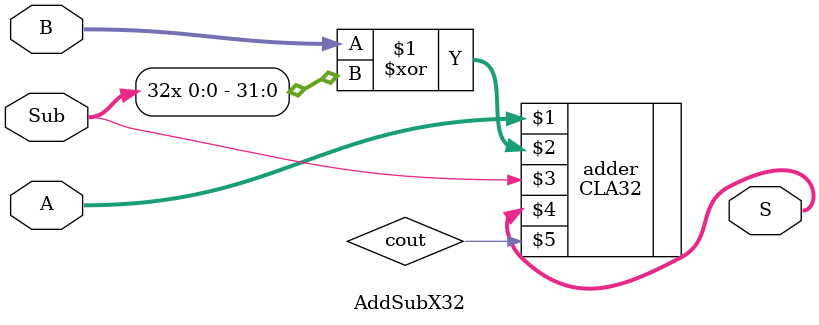
<source format=v>
`timescale 1ns / 1ps

module AddSubX32(
    input  [31: 0] A,
	input  [31: 0] B,
	input  Sub,
	output [31: 0] S);
	wire cout;
    CLA32 adder(A, B ^ {32{Sub}}, Sub, S, cout);
endmodule

</source>
